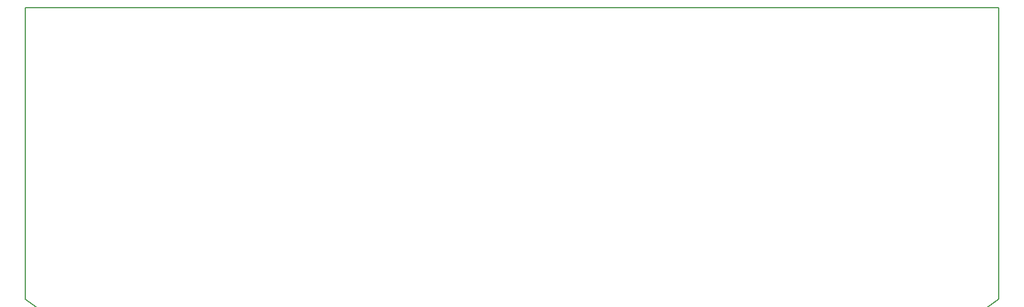
<source format=gbr>
G04 #@! TF.GenerationSoftware,KiCad,Pcbnew,(5.1.0-0)*
G04 #@! TF.CreationDate,2019-05-22T00:58:43-05:00*
G04 #@! TF.ProjectId,TubeClock,54756265-436c-46f6-936b-2e6b69636164,rev?*
G04 #@! TF.SameCoordinates,Original*
G04 #@! TF.FileFunction,Profile,NP*
%FSLAX46Y46*%
G04 Gerber Fmt 4.6, Leading zero omitted, Abs format (unit mm)*
G04 Created by KiCad (PCBNEW (5.1.0-0)) date 2019-05-22 00:58:43*
%MOMM*%
%LPD*%
G04 APERTURE LIST*
%ADD10C,0.200000*%
G04 APERTURE END LIST*
D10*
X219675000Y-133985000D02*
G75*
G02X69675000Y-133985000I-75000000J100000000D01*
G01*
X69675000Y-88985000D02*
X219675000Y-88985000D01*
X69675000Y-133985000D02*
X69675000Y-88985000D01*
X219675000Y-88985000D02*
X219675000Y-133985000D01*
M02*

</source>
